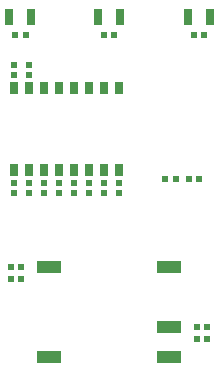
<source format=gtp>
G04*
G04 #@! TF.GenerationSoftware,Altium Limited,Altium Designer,22.1.2 (22)*
G04*
G04 Layer_Color=8421504*
%FSLAX25Y25*%
%MOIN*%
G70*
G04*
G04 #@! TF.SameCoordinates,DC6CBC75-D83B-4164-BAAA-666503FEC379*
G04*
G04*
G04 #@! TF.FilePolarity,Positive*
G04*
G01*
G75*
%ADD14R,0.02047X0.01850*%
%ADD15R,0.02756X0.03937*%
%ADD16R,0.01850X0.02047*%
%ADD17R,0.02756X0.05512*%
%ADD18R,0.01968X0.02362*%
%ADD19R,0.08268X0.03937*%
D14*
X-11429Y114449D02*
D03*
Y117835D02*
D03*
X-16429Y114449D02*
D03*
Y117835D02*
D03*
X18571Y75079D02*
D03*
Y78465D02*
D03*
X13571D02*
D03*
Y75079D02*
D03*
X8571D02*
D03*
Y78465D02*
D03*
X3571D02*
D03*
Y75079D02*
D03*
X-1429D02*
D03*
Y78465D02*
D03*
X-6429D02*
D03*
Y75079D02*
D03*
X-11429Y78465D02*
D03*
Y75079D02*
D03*
X-16429Y78465D02*
D03*
Y75079D02*
D03*
D15*
Y82677D02*
D03*
Y110236D02*
D03*
X18571Y82677D02*
D03*
Y110236D02*
D03*
X13571Y82677D02*
D03*
X-11429D02*
D03*
Y110236D02*
D03*
X13571D02*
D03*
X8571D02*
D03*
X3571D02*
D03*
X-1429D02*
D03*
X-6429D02*
D03*
Y82677D02*
D03*
X-1429D02*
D03*
X3571D02*
D03*
X8571D02*
D03*
D16*
X44567Y30433D02*
D03*
X47953D02*
D03*
X44567Y26496D02*
D03*
X47953D02*
D03*
X-14055Y50433D02*
D03*
X-17441D02*
D03*
X-14055Y46496D02*
D03*
X-17441D02*
D03*
X45311Y79921D02*
D03*
X41925D02*
D03*
D17*
X41421Y133858D02*
D03*
X48783D02*
D03*
X11476D02*
D03*
X18839D02*
D03*
X-18051D02*
D03*
X-10689D02*
D03*
D18*
X43331Y127953D02*
D03*
X46874D02*
D03*
X13386D02*
D03*
X16929D02*
D03*
X-16142D02*
D03*
X-12598D02*
D03*
X33972Y79921D02*
D03*
X37516D02*
D03*
D19*
X-4724Y20433D02*
D03*
Y50433D02*
D03*
X35039D02*
D03*
Y30433D02*
D03*
Y20433D02*
D03*
M02*

</source>
